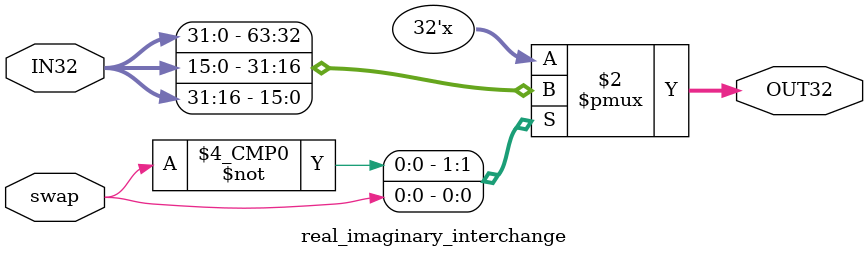
<source format=v>
module real_imaginary_interchange(
input [31:0] IN32,
input swap,
output [31:0] OUT32); 

always @(swap,IN32)
begin
	case(swap)
		1'b0 : OUT32 = IN32;
		1'b1 : OUT32 = {IN32[15:0],IN32[31:16]};
	endcase
end

endmodule

</source>
